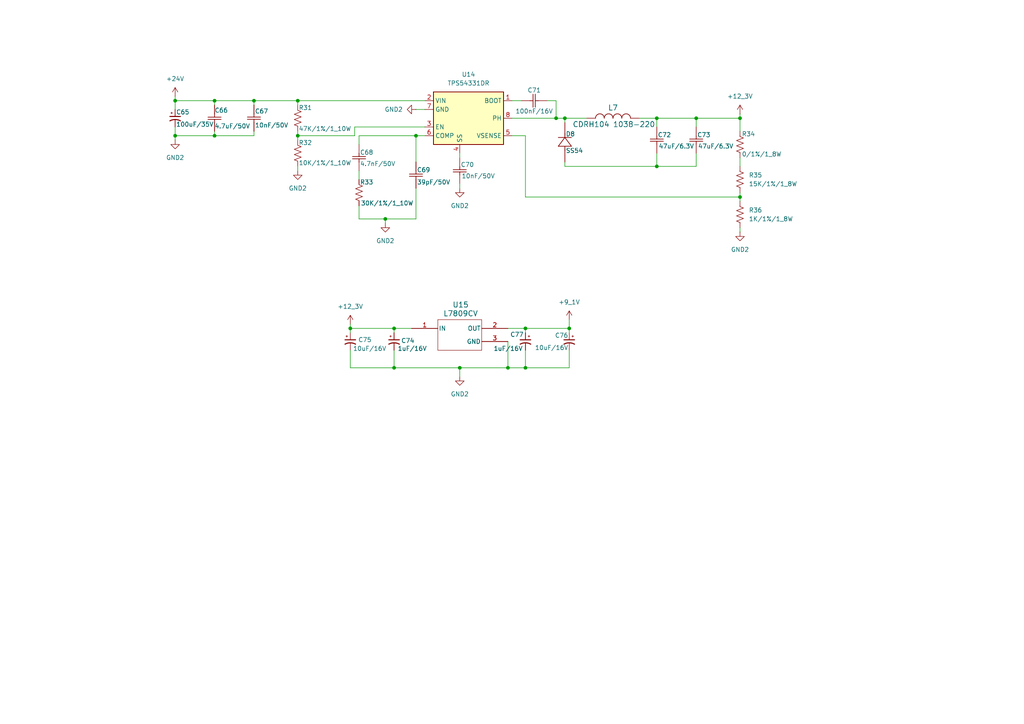
<source format=kicad_sch>
(kicad_sch (version 20231120) (generator "eeschema") (generator_version "8.0")
  (paper "A4")
  (lib_symbols
    (symbol "charge_battery_sym_lib:CDRH104 1038-220" (pin_numbers hide) (pin_names (offset 0.254) hide)
      (property "Reference" "L" (at 6.985 5.08 0))
      (property "Value" "CDRH104 1038-220" (at 6.985 -2.54 0))
      (symbol "CDRH104 1038-220_0_1"
        (arc (start 5.08 0.0056) (mid 3.81 1.27) (end 2.54 0.0056) (stroke (width 0.2032)))
        (arc (start 7.62 0.0056) (mid 6.35 1.27) (end 5.08 0.0056) (stroke (width 0.2032)))
        (arc (start 10.16 0.0056) (mid 8.89 1.27) (end 7.62 0.0056) (stroke (width 0.2032)))
        (arc (start 12.7 0.0056) (mid 11.43 1.27) (end 10.16 0.0056) (stroke (width 0.2032)))
        (pin unspecified line (at 15.24 0 180) (length 2.54) (name "1") (number "1"))
        (pin unspecified line (at 0 0 0) (length 2.54) (name "2") (number "2"))
      )
    )
    (symbol "charge_battery_sym_lib:Cap_Polarized_SMD_100uF_35V" (pin_numbers hide) (pin_names (offset 0.254))
      (property "Reference" "C" (at 0 2.286 0))
      (property "Value" "100uF/35V" (at 0 -2.794 0))
      (symbol "Cap_Polarized_SMD_100uF_35V_0_1"
        (polyline (pts (xy 1.016 -1.27) (xy 1.016 -0.762)))
        (polyline (pts (xy 1.27 -1.016) (xy 0.762 -1.016)))
        (polyline (pts (xy 2.032 -1.524) (xy 2.032 1.524)) (stroke (width 0.3048)))
        (arc (start 3.302 1.524) (mid 2.9134 0) (end 3.302 -1.524) (stroke (width 0.3048)))
      )
      (symbol "Cap_Polarized_SMD_100uF_35V_1_1"
        (pin passive line (at 0 0 0) (length 2.032) (name "~") (number "1"))
        (pin passive line (at 5.08 0 180) (length 2.032) (name "~") (number "2"))
      )
    )
    (symbol "charge_battery_sym_lib:Cap_Tantalum_10uF_16V" (pin_numbers hide) (pin_names (offset 1.016) hide)
      (property "Reference" "C" (at 0 3.81 0))
      (property "Value" "10uF/16V" (at 0 -5.08 0))
      (symbol "Cap_Tantalum_10uF_16V_0_1"
        (polyline (pts (xy 1.016 -1.27) (xy 1.016 -0.762)))
        (polyline (pts (xy 1.27 -1.016) (xy 0.762 -1.016)))
        (polyline (pts (xy 2.032 -1.524) (xy 2.032 1.524)) (stroke (width 0.3048)))
        (arc (start 3.302 1.524) (mid 2.9134 0) (end 3.302 -1.524) (stroke (width 0.3048)))
      )
      (symbol "Cap_Tantalum_10uF_16V_1_1"
        (pin passive line (at 0 0 0) (length 2.032) (name "~") (number "1"))
        (pin passive line (at 5.08 0 180) (length 2.032) (name "~") (number "2"))
      )
    )
    (symbol "charge_battery_sym_lib:Cap_Tantalum_1uF_16V" (pin_numbers hide) (pin_names (offset 1.016) hide)
      (property "Reference" "C" (at 0 3.81 0))
      (property "Value" "1uF/16V" (at 0 -5.08 0))
      (symbol "Cap_Tantalum_1uF_16V_0_1"
        (polyline (pts (xy 1.016 -1.27) (xy 1.016 -0.762)))
        (polyline (pts (xy 1.27 -1.016) (xy 0.762 -1.016)))
        (polyline (pts (xy 2.032 -1.524) (xy 2.032 1.524)) (stroke (width 0.3048)))
        (arc (start 3.302 1.524) (mid 2.9134 0) (end 3.302 -1.524) (stroke (width 0.3048)))
      )
      (symbol "Cap_Tantalum_1uF_16V_1_1"
        (pin passive line (at 0 0 0) (length 2.032) (name "~") (number "1"))
        (pin passive line (at 5.08 0 180) (length 2.032) (name "~") (number "2"))
      )
    )
    (symbol "charge_battery_sym_lib:Ceramic_Cap_SMD_100nF_16V" (pin_numbers hide) (pin_names hide)
      (property "Reference" "C" (at 1.016 2.794 0))
      (property "Value" "100nF/16V" (at 0.254 5.334 0))
      (symbol "Ceramic_Cap_SMD_100nF_16V_1_1"
        (polyline (pts (xy 1.27 0) (xy 2.2098 0)) (stroke (width 0.2032)))
        (polyline (pts (xy 2.2098 -1.905) (xy 2.2098 1.905)) (stroke (width 0.2032)))
        (polyline (pts (xy 2.8448 -1.905) (xy 2.8448 1.905)) (stroke (width 0.2032)))
        (polyline (pts (xy 2.8448 0) (xy 3.81 0)) (stroke (width 0.2032)))
        (pin unspecified line (at -1.27 0 0) (length 2.54) (name "") (number "1"))
        (pin unspecified line (at 6.35 0 180) (length 2.54) (name "") (number "2"))
      )
    )
    (symbol "charge_battery_sym_lib:Ceramic_Cap_SMD_10nF_50V" (pin_numbers hide) (pin_names hide)
      (property "Reference" "C" (at 2.286 2.794 0))
      (property "Value" "10nF/50V" (at 0.254 5.334 0))
      (symbol "Ceramic_Cap_SMD_10nF_50V_1_1"
        (polyline (pts (xy 2.54 0) (xy 3.4798 0)) (stroke (width 0.2032)))
        (polyline (pts (xy 3.4798 -1.905) (xy 3.4798 1.905)) (stroke (width 0.2032)))
        (polyline (pts (xy 4.1148 -1.905) (xy 4.1148 1.905)) (stroke (width 0.2032)))
        (polyline (pts (xy 4.1148 0) (xy 5.08 0)) (stroke (width 0.2032)))
        (pin unspecified line (at 0 0 0) (length 2.54) (name "") (number "1"))
        (pin unspecified line (at 7.62 0 180) (length 2.54) (name "") (number "2"))
      )
    )
    (symbol "charge_battery_sym_lib:Ceramic_Cap_SMD_10nF_50V_0805" (pin_numbers hide) (pin_names hide)
      (property "Reference" "C" (at 2.286 2.794 0))
      (property "Value" "10nF/50V" (at 0.254 5.334 0))
      (symbol "Ceramic_Cap_SMD_10nF_50V_0805_1_1"
        (polyline (pts (xy 2.54 0) (xy 3.4798 0)) (stroke (width 0.2032)))
        (polyline (pts (xy 3.4798 -1.905) (xy 3.4798 1.905)) (stroke (width 0.2032)))
        (polyline (pts (xy 4.1148 -1.905) (xy 4.1148 1.905)) (stroke (width 0.2032)))
        (polyline (pts (xy 4.1148 0) (xy 5.08 0)) (stroke (width 0.2032)))
        (pin unspecified line (at 0 0 0) (length 2.54) (name "") (number "1"))
        (pin unspecified line (at 7.62 0 180) (length 2.54) (name "") (number "2"))
      )
    )
    (symbol "charge_battery_sym_lib:Ceramic_Cap_SMD_39pF_50V" (pin_numbers hide) (pin_names hide)
      (property "Reference" "C" (at 1.016 2.794 0))
      (property "Value" "39pF/50V" (at 0.254 5.334 0))
      (symbol "Ceramic_Cap_SMD_39pF_50V_1_1"
        (polyline (pts (xy 1.27 0) (xy 2.2098 0)) (stroke (width 0.2032)))
        (polyline (pts (xy 2.2098 -1.905) (xy 2.2098 1.905)) (stroke (width 0.2032)))
        (polyline (pts (xy 2.8448 -1.905) (xy 2.8448 1.905)) (stroke (width 0.2032)))
        (polyline (pts (xy 2.8448 0) (xy 3.81 0)) (stroke (width 0.2032)))
        (pin unspecified line (at -1.27 0 0) (length 2.54) (name "") (number "1"))
        (pin unspecified line (at 6.35 0 180) (length 2.54) (name "") (number "2"))
      )
    )
    (symbol "charge_battery_sym_lib:Ceramic_Cap_SMD_4.7nF_50V" (pin_numbers hide) (pin_names hide)
      (property "Reference" "C" (at 2.286 2.794 0))
      (property "Value" "4.7nF/50V" (at 0.254 5.334 0))
      (symbol "Ceramic_Cap_SMD_4.7nF_50V_1_1"
        (polyline (pts (xy 2.54 0) (xy 3.4798 0)) (stroke (width 0.2032)))
        (polyline (pts (xy 3.4798 -1.905) (xy 3.4798 1.905)) (stroke (width 0.2032)))
        (polyline (pts (xy 4.1148 -1.905) (xy 4.1148 1.905)) (stroke (width 0.2032)))
        (polyline (pts (xy 4.1148 0) (xy 5.08 0)) (stroke (width 0.2032)))
        (pin unspecified line (at 0 0 0) (length 2.54) (name "") (number "1"))
        (pin unspecified line (at 7.62 0 180) (length 2.54) (name "") (number "2"))
      )
    )
    (symbol "charge_battery_sym_lib:Ceramic_Cap_SMD_4.7uF_50V" (pin_numbers hide) (pin_names hide)
      (property "Reference" "C" (at 2.286 2.794 0))
      (property "Value" "4.7uF/50V" (at 0.254 5.334 0))
      (symbol "Ceramic_Cap_SMD_4.7uF_50V_1_1"
        (polyline (pts (xy 2.54 0) (xy 3.4798 0)) (stroke (width 0.2032)))
        (polyline (pts (xy 3.4798 -1.905) (xy 3.4798 1.905)) (stroke (width 0.2032)))
        (polyline (pts (xy 4.1148 -1.905) (xy 4.1148 1.905)) (stroke (width 0.2032)))
        (polyline (pts (xy 4.1148 0) (xy 5.08 0)) (stroke (width 0.2032)))
        (pin unspecified line (at 0 0 0) (length 2.54) (name "") (number "1"))
        (pin unspecified line (at 7.62 0 180) (length 2.54) (name "") (number "2"))
      )
    )
    (symbol "charge_battery_sym_lib:Ceramic_Cap_SMD_47uF_6.3V" (pin_numbers hide) (pin_names hide)
      (property "Reference" "C" (at 2.286 2.794 0))
      (property "Value" "47uF/6.3V" (at 0.254 5.334 0))
      (symbol "Ceramic_Cap_SMD_47uF_6.3V_1_1"
        (polyline (pts (xy 2.54 0) (xy 3.4798 0)) (stroke (width 0.2032)))
        (polyline (pts (xy 3.4798 -1.905) (xy 3.4798 1.905)) (stroke (width 0.2032)))
        (polyline (pts (xy 4.1148 -1.905) (xy 4.1148 1.905)) (stroke (width 0.2032)))
        (polyline (pts (xy 4.1148 0) (xy 5.08 0)) (stroke (width 0.2032)))
        (pin unspecified line (at 0 0 0) (length 2.54) (name "") (number "1"))
        (pin unspecified line (at 7.62 0 180) (length 2.54) (name "") (number "2"))
      )
    )
    (symbol "charge_battery_sym_lib:L7809CV" (pin_names (offset 0.254))
      (property "Reference" "U" (at 12.7 20.32 0))
      (property "Value" "L7809CV" (at 12.7 17.78 0))
      (property "Supply Name" "TME" (at 13.716 -3.302 0))
      (property "Supply Number" "L7809CV" (at 13.716 -3.302 0))
      (symbol "L7809CV_0_1"
        (polyline (pts (xy 0 0) (xy 12.7 0)) (stroke (width 0.127)))
        (polyline (pts (xy 0 8.89) (xy 0 0)) (stroke (width 0.127)))
        (polyline (pts (xy 12.7 0) (xy 12.7 8.89)) (stroke (width 0.127)))
        (polyline (pts (xy 12.7 8.89) (xy 0 8.89)) (stroke (width 0.127)))
        (pin power_in line (at -7.62 6.35 0) (length 7.62) (name "IN") (number "1"))
        (pin power_in line (at 20.32 6.35 180) (length 7.62) (name "OUT") (number "2"))
        (pin power_in line (at 20.32 2.54 180) (length 7.62) (name "GND") (number "3"))
      )
    )
    (symbol "charge_battery_sym_lib:Res_0_0805_1%" (pin_numbers hide) (pin_names hide)
      (property "Reference" "R" (at 3.556 2.54 0))
      (property "Value" "0/1%/1_8W" (at 4.064 -2.54 0))
      (symbol "Res_0_0805_1%_0_1"
        (polyline (pts (xy 1.524 0) (xy 1.27 0)))
        (polyline (pts (xy 6.096 0) (xy 6.35 0)))
        (polyline (pts (xy 1.524 0) (xy 1.905 1.016) (xy 2.286 0) (xy 2.667 -1.016) (xy 3.048 0)))
        (polyline (pts (xy 3.048 0) (xy 3.429 1.016) (xy 3.81 0) (xy 4.191 -1.016) (xy 4.572 0)))
        (polyline (pts (xy 4.572 0) (xy 4.953 1.016) (xy 5.334 0) (xy 5.715 -1.016) (xy 6.096 0)))
      )
      (symbol "Res_0_0805_1%_1_1"
        (pin passive line (at 0 0 0) (length 1.27) (name "~") (number "1"))
        (pin passive line (at 7.62 0 180) (length 1.27) (name "~") (number "2"))
      )
    )
    (symbol "charge_battery_sym_lib:Res_10K_0603_1%" (pin_numbers hide) (pin_names hide)
      (property "Reference" "R" (at 2.794 3.81 0))
      (property "Value" "10K/1%/1_10W" (at 4.064 -2.54 0))
      (symbol "Res_10K_0603_1%_0_1"
        (polyline (pts (xy 1.524 0) (xy 1.27 0)))
        (polyline (pts (xy 6.096 0) (xy 6.35 0)))
        (polyline (pts (xy 1.524 0) (xy 1.905 1.016) (xy 2.286 0) (xy 2.667 -1.016) (xy 3.048 0)))
        (polyline (pts (xy 3.048 0) (xy 3.429 1.016) (xy 3.81 0) (xy 4.191 -1.016) (xy 4.572 0)))
        (polyline (pts (xy 4.572 0) (xy 4.953 1.016) (xy 5.334 0) (xy 5.715 -1.016) (xy 6.096 0)))
      )
      (symbol "Res_10K_0603_1%_1_1"
        (pin passive line (at 0 0 0) (length 1.27) (name "~") (number "1"))
        (pin passive line (at 7.62 0 180) (length 1.27) (name "~") (number "2"))
      )
    )
    (symbol "charge_battery_sym_lib:Res_15K_0805_1%" (pin_numbers hide) (pin_names hide)
      (property "Reference" "R" (at 2.794 3.81 0))
      (property "Value" "15K/1%/1_8W" (at 4.064 -2.54 0))
      (symbol "Res_15K_0805_1%_0_1"
        (polyline (pts (xy 1.524 0) (xy 1.27 0)))
        (polyline (pts (xy 6.096 0) (xy 6.35 0)))
        (polyline (pts (xy 1.524 0) (xy 1.905 1.016) (xy 2.286 0) (xy 2.667 -1.016) (xy 3.048 0)))
        (polyline (pts (xy 3.048 0) (xy 3.429 1.016) (xy 3.81 0) (xy 4.191 -1.016) (xy 4.572 0)))
        (polyline (pts (xy 4.572 0) (xy 4.953 1.016) (xy 5.334 0) (xy 5.715 -1.016) (xy 6.096 0)))
      )
      (symbol "Res_15K_0805_1%_1_1"
        (pin passive line (at 0 0 0) (length 1.27) (name "~") (number "1"))
        (pin passive line (at 7.62 0 180) (length 1.27) (name "~") (number "2"))
      )
    )
    (symbol "charge_battery_sym_lib:Res_1K_0805_1%" (pin_numbers hide) (pin_names hide)
      (property "Reference" "R" (at 3.556 2.54 0))
      (property "Value" "1K/1%/1_8W" (at 4.064 -2.54 0))
      (symbol "Res_1K_0805_1%_0_1"
        (polyline (pts (xy 1.524 0) (xy 1.27 0)))
        (polyline (pts (xy 6.096 0) (xy 6.35 0)))
        (polyline (pts (xy 1.524 0) (xy 1.905 1.016) (xy 2.286 0) (xy 2.667 -1.016) (xy 3.048 0)))
        (polyline (pts (xy 3.048 0) (xy 3.429 1.016) (xy 3.81 0) (xy 4.191 -1.016) (xy 4.572 0)))
        (polyline (pts (xy 4.572 0) (xy 4.953 1.016) (xy 5.334 0) (xy 5.715 -1.016) (xy 6.096 0)))
      )
      (symbol "Res_1K_0805_1%_1_1"
        (pin passive line (at 0 0 0) (length 1.27) (name "~") (number "1"))
        (pin passive line (at 7.62 0 180) (length 1.27) (name "~") (number "2"))
      )
    )
    (symbol "charge_battery_sym_lib:Res_30K_0603_1%" (pin_numbers hide) (pin_names hide)
      (property "Reference" "R" (at 2.794 3.81 0))
      (property "Value" "30K/1%/1_10W" (at 4.064 -2.54 0))
      (symbol "Res_30K_0603_1%_0_1"
        (polyline (pts (xy 1.524 0) (xy 1.27 0)))
        (polyline (pts (xy 6.096 0) (xy 6.35 0)))
        (polyline (pts (xy 1.524 0) (xy 1.905 1.016) (xy 2.286 0) (xy 2.667 -1.016) (xy 3.048 0)))
        (polyline (pts (xy 3.048 0) (xy 3.429 1.016) (xy 3.81 0) (xy 4.191 -1.016) (xy 4.572 0)))
        (polyline (pts (xy 4.572 0) (xy 4.953 1.016) (xy 5.334 0) (xy 5.715 -1.016) (xy 6.096 0)))
      )
      (symbol "Res_30K_0603_1%_1_1"
        (pin passive line (at 0 0 0) (length 1.27) (name "~") (number "1"))
        (pin passive line (at 7.62 0 180) (length 1.27) (name "~") (number "2"))
      )
    )
    (symbol "charge_battery_sym_lib:Res_47K_0603_1%" (pin_numbers hide) (pin_names hide)
      (property "Reference" "R" (at 2.794 3.81 0))
      (property "Value" "47K/1%/1_10W" (at 4.064 -2.54 0))
      (symbol "Res_47K_0603_1%_0_1"
        (polyline (pts (xy 1.524 0) (xy 1.27 0)))
        (polyline (pts (xy 6.096 0) (xy 6.35 0)))
        (polyline (pts (xy 1.524 0) (xy 1.905 1.016) (xy 2.286 0) (xy 2.667 -1.016) (xy 3.048 0)))
        (polyline (pts (xy 3.048 0) (xy 3.429 1.016) (xy 3.81 0) (xy 4.191 -1.016) (xy 4.572 0)))
        (polyline (pts (xy 4.572 0) (xy 4.953 1.016) (xy 5.334 0) (xy 5.715 -1.016) (xy 6.096 0)))
      )
      (symbol "Res_47K_0603_1%_1_1"
        (pin passive line (at 0 0 0) (length 1.27) (name "~") (number "1"))
        (pin passive line (at 7.62 0 180) (length 1.27) (name "~") (number "2"))
      )
    )
    (symbol "charge_battery_sym_lib:SS54" (pin_numbers hide) (pin_names hide)
      (property "Reference" "D" (at -1.016 2.286 0))
      (property "Value" "SS54" (at 2.54 -2.794 0))
      (symbol "SS54_0_1"
        (polyline (pts (xy -0.508 0) (xy 0.635 0)) (stroke (width 0.2032)))
        (polyline (pts (xy 0.762 -1.905) (xy 3.302 0)) (stroke (width 0.2032)))
        (polyline (pts (xy 0.762 1.905) (xy 0.762 -1.905)) (stroke (width 0.2032)))
        (polyline (pts (xy 3.302 -1.905) (xy 3.302 1.905)) (stroke (width 0.2032)))
        (polyline (pts (xy 3.302 0) (xy 0.762 1.905)) (stroke (width 0.2032)))
        (polyline (pts (xy 3.302 0) (xy 4.572 0)) (stroke (width 0.2032)))
      )
      (symbol "SS54_1_1"
        (pin unspecified line (at -3.81 0 0) (length 3.81) (name "A") (number "1"))
        (pin unspecified line (at 7.62 0 180) (length 3.81) (name "K") (number "2"))
      )
    )
    (symbol "charge_battery_sym_lib:TPS54331DR"
      (property "Reference" "U" (at 1.27 16.51 0))
      (property "Value" "TPS54331DR" (at 13.97 16.51 0))
      (symbol "TPS54331DR_1_1"
        (rectangle (start 0 15.24) (end 20.32 0) (stroke (width 0.254)) (fill (type background)))
        (pin output line (at 22.86 12.7 180) (length 2.54) (name "BOOT") (number "1"))
        (pin power_in line (at -2.54 12.7 0) (length 2.54) (name "VIN") (number "2"))
        (pin output line (at -2.54 5.08 0) (length 2.54) (name "EN") (number "3"))
        (pin power_in line (at 7.62 -2.54 90) (length 2.54) (name "SS") (number "4"))
        (pin input line (at 22.86 2.54 180) (length 2.54) (name "VSENSE") (number "5"))
        (pin output line (at -2.54 2.54 0) (length 2.54) (name "COMP") (number "6"))
        (pin power_in line (at -2.54 10.16 0) (length 2.54) (name "GND") (number "7"))
        (pin output line (at 22.86 7.62 180) (length 2.54) (name "PH") (number "8"))
      )
    )
    (symbol "power:+24V" (power) (pin_numbers hide) (pin_names (offset 0) hide)
      (property "Value" "+24V" (at 0 3.556 0))
      (symbol "+24V_0_1"
        (polyline (pts (xy -0.762 1.27) (xy 0 2.54)))
        (polyline (pts (xy 0 0) (xy 0 2.54)))
        (polyline (pts (xy 0 2.54) (xy 0.762 1.27)))
      )
      (symbol "+24V_1_1"
        (pin power_in line (at 0 0 90) (length 0) (name "~") (number "1"))
      )
    )
    (symbol "power:+5V" (power) (pin_numbers hide) (pin_names (offset 0) hide)
      (property "Value" "+5V" (at 0 3.556 0))
      (symbol "+5V_0_1"
        (polyline (pts (xy -0.762 1.27) (xy 0 2.54)))
        (polyline (pts (xy 0 0) (xy 0 2.54)))
        (polyline (pts (xy 0 2.54) (xy 0.762 1.27)))
      )
      (symbol "+5V_1_1"
        (pin power_in line (at 0 0 90) (length 0) (name "~") (number "1"))
      )
    )
    (symbol "power:+9V" (power) (pin_numbers hide) (pin_names (offset 0) hide)
      (property "Value" "+9V" (at 0 3.556 0))
      (symbol "+9V_0_1"
        (polyline (pts (xy -0.762 1.27) (xy 0 2.54)))
        (polyline (pts (xy 0 0) (xy 0 2.54)))
        (polyline (pts (xy 0 2.54) (xy 0.762 1.27)))
      )
      (symbol "+9V_1_1"
        (pin power_in line (at 0 0 90) (length 0) (name "~") (number "1"))
      )
    )
    (symbol "power:GND2" (power) (pin_numbers hide) (pin_names (offset 0) hide)
      (property "Value" "GND2" (at 0 -3.81 0))
      (symbol "GND2_0_1"
        (polyline (pts (xy 0 0) (xy 0 -1.27) (xy 1.27 -1.27) (xy 0 -2.54) (xy -1.27 -1.27) (xy 0 -1.27)))
      )
      (symbol "GND2_1_1"
        (pin power_in line (at 0 0 270) (length 0) (name "~") (number "1"))
      )
    )
  )
  (junction (at 133.35 106.68))
  (junction (at 86.36 39.37))
  (junction (at 50.8 29.21))
  (junction (at 190.5 48.26))
  (junction (at 214.63 57.15))
  (junction (at 165.1 95.25))
  (junction (at 163.83 34.29))
  (junction (at 114.3 95.25))
  (junction (at 101.6 95.25))
  (junction (at 161.29 34.29))
  (junction (at 62.23 29.21))
  (junction (at 111.76 63.5))
  (junction (at 147.32 106.68))
  (junction (at 120.65 39.37))
  (junction (at 201.93 34.29))
  (junction (at 214.63 34.29))
  (junction (at 73.66 29.21))
  (junction (at 62.23 39.37))
  (junction (at 152.4 95.25))
  (junction (at 50.8 39.37))
  (junction (at 86.36 29.21))
  (junction (at 152.4 106.68))
  (junction (at 190.5 34.29))
  (junction (at 114.3 106.68))
  (wire (pts (xy 86.36 29.21) (xy 123.19 29.21)))
  (wire (pts (xy 133.35 45.72) (xy 133.35 44.45)))
  (wire (pts (xy 101.6 101.6) (xy 101.6 106.68)))
  (wire (pts (xy 152.4 39.37) (xy 152.4 57.15)))
  (wire (pts (xy 214.63 34.29) (xy 201.93 34.29)))
  (wire (pts (xy 152.4 101.6) (xy 152.4 106.68)))
  (wire (pts (xy 214.63 34.29) (xy 214.63 38.1)))
  (wire (pts (xy 101.6 106.68) (xy 114.3 106.68)))
  (wire (pts (xy 114.3 95.25) (xy 114.3 96.52)))
  (wire (pts (xy 73.66 29.21) (xy 86.36 29.21)))
  (wire (pts (xy 190.5 48.26) (xy 201.93 48.26)))
  (wire (pts (xy 214.63 45.72) (xy 214.63 48.26)))
  (wire (pts (xy 165.1 92.71) (xy 165.1 95.25)))
  (wire (pts (xy 73.66 38.1) (xy 73.66 39.37)))
  (wire (pts (xy 214.63 57.15) (xy 214.63 58.42)))
  (wire (pts (xy 201.93 48.26) (xy 201.93 44.45)))
  (wire (pts (xy 120.65 31.75) (xy 123.19 31.75)))
  (wire (pts (xy 163.83 46.99) (xy 163.83 48.26)))
  (wire (pts (xy 104.14 41.91) (xy 104.14 39.37)))
  (wire (pts (xy 152.4 106.68) (xy 165.1 106.68)))
  (wire (pts (xy 214.63 55.88) (xy 214.63 57.15)))
  (wire (pts (xy 190.5 34.29) (xy 201.93 34.29)))
  (wire (pts (xy 120.65 54.61) (xy 120.65 63.5)))
  (wire (pts (xy 73.66 29.21) (xy 73.66 30.48)))
  (wire (pts (xy 104.14 59.69) (xy 104.14 63.5)))
  (wire (pts (xy 86.36 49.53) (xy 86.36 48.26)))
  (wire (pts (xy 102.87 39.37) (xy 86.36 39.37)))
  (wire (pts (xy 114.3 106.68) (xy 133.35 106.68)))
  (wire (pts (xy 50.8 29.21) (xy 50.8 31.75)))
  (wire (pts (xy 101.6 93.98) (xy 101.6 95.25)))
  (wire (pts (xy 185.42 34.29) (xy 190.5 34.29)))
  (wire (pts (xy 86.36 38.1) (xy 86.36 39.37)))
  (wire (pts (xy 163.83 34.29) (xy 163.83 35.56)))
  (wire (pts (xy 114.3 101.6) (xy 114.3 106.68)))
  (wire (pts (xy 161.29 34.29) (xy 163.83 34.29)))
  (wire (pts (xy 50.8 39.37) (xy 50.8 40.64)))
  (wire (pts (xy 50.8 36.83) (xy 50.8 39.37)))
  (wire (pts (xy 104.14 49.53) (xy 104.14 52.07)))
  (wire (pts (xy 133.35 53.34) (xy 133.35 54.61)))
  (wire (pts (xy 50.8 27.94) (xy 50.8 29.21)))
  (wire (pts (xy 62.23 38.1) (xy 62.23 39.37)))
  (wire (pts (xy 62.23 39.37) (xy 50.8 39.37)))
  (wire (pts (xy 86.36 39.37) (xy 86.36 40.64)))
  (wire (pts (xy 147.32 99.06) (xy 147.32 106.68)))
  (wire (pts (xy 123.19 36.83) (xy 102.87 36.83)))
  (wire (pts (xy 111.76 63.5) (xy 111.76 64.77)))
  (wire (pts (xy 120.65 39.37) (xy 120.65 46.99)))
  (wire (pts (xy 120.65 39.37) (xy 123.19 39.37)))
  (wire (pts (xy 163.83 34.29) (xy 170.18 34.29)))
  (wire (pts (xy 104.14 39.37) (xy 120.65 39.37)))
  (wire (pts (xy 147.32 106.68) (xy 152.4 106.68)))
  (wire (pts (xy 111.76 63.5) (xy 120.65 63.5)))
  (wire (pts (xy 214.63 33.02) (xy 214.63 34.29)))
  (wire (pts (xy 152.4 57.15) (xy 214.63 57.15)))
  (wire (pts (xy 114.3 95.25) (xy 119.38 95.25)))
  (wire (pts (xy 62.23 29.21) (xy 62.23 30.48)))
  (wire (pts (xy 101.6 95.25) (xy 114.3 95.25)))
  (wire (pts (xy 104.14 63.5) (xy 111.76 63.5)))
  (wire (pts (xy 214.63 67.31) (xy 214.63 66.04)))
  (wire (pts (xy 148.59 29.21) (xy 151.13 29.21)))
  (wire (pts (xy 62.23 29.21) (xy 50.8 29.21)))
  (wire (pts (xy 190.5 34.29) (xy 190.5 36.83)))
  (wire (pts (xy 133.35 109.22) (xy 133.35 106.68)))
  (wire (pts (xy 147.32 95.25) (xy 152.4 95.25)))
  (wire (pts (xy 73.66 29.21) (xy 62.23 29.21)))
  (wire (pts (xy 152.4 95.25) (xy 152.4 96.52)))
  (wire (pts (xy 163.83 48.26) (xy 190.5 48.26)))
  (wire (pts (xy 86.36 29.21) (xy 86.36 30.48)))
  (wire (pts (xy 158.75 29.21) (xy 161.29 29.21)))
  (wire (pts (xy 133.35 106.68) (xy 147.32 106.68)))
  (wire (pts (xy 152.4 95.25) (xy 165.1 95.25)))
  (wire (pts (xy 165.1 101.6) (xy 165.1 106.68)))
  (wire (pts (xy 102.87 36.83) (xy 102.87 39.37)))
  (wire (pts (xy 190.5 44.45) (xy 190.5 48.26)))
  (wire (pts (xy 148.59 39.37) (xy 152.4 39.37)))
  (wire (pts (xy 165.1 95.25) (xy 165.1 96.52)))
  (wire (pts (xy 161.29 29.21) (xy 161.29 34.29)))
  (wire (pts (xy 201.93 36.83) (xy 201.93 34.29)))
  (wire (pts (xy 101.6 96.52) (xy 101.6 95.25)))
  (wire (pts (xy 148.59 34.29) (xy 161.29 34.29)))
  (wire (pts (xy 73.66 39.37) (xy 62.23 39.37)))
  (symbol (lib_id "power:GND2") (at 50.8 40.64 0) (unit 1)
    (property "Reference" "#PWR057" (effects (hide yes)))
    (property "Value" "GND2" (at 50.8 45.72 0))
    (property "Description" "Power symbol creates a global label with name \"GND2\" , ground" (effects (hide yes)))
  )
  (symbol (lib_id "charge_battery_sym_lib:TPS54331DR") (at 125.73 41.91 0) (unit 1)
    (property "Reference" "U14" (at 135.89 21.59 0))
    (property "Value" "TPS54331DR" (at 135.89 24.13 0))
    (property "Footprint" "charge_battery_footprint_lib:SOIC-8" (effects (hide yes)))
    (property "Datasheet" "http://www.ti.com/lit/ds/symlink/tps54336a.pdf" (effects (hide yes)))
    (property "Description" "4.5V to 28V Input, 3A, Synchronous Step-Down Converter with Eco-mode(tm)" (effects (hide yes)))
    (property "Supply name" "Thegioiic" (effects (hide yes)))
    (property "Supply part name" "TPS54331DR IC Điều Chỉnh Giảm Áp 3A 8-SOIC" (effects (hide yes)))
    (property "Supply URL" "https://thegioiic.com/tps54331dr-ic-dieu-chinh-giam-ap-3a-8-soic" (effects (hide yes)))
  )
  (symbol (lib_id "power:+9V") (at 165.1 92.71 0) (unit 1)
    (property "Reference" "#PWR064" (effects (hide yes)))
    (property "Value" "+9_1V" (at 165.1 87.63 0))
    (property "Description" "Power symbol creates a global label with name \"+9V\"" (effects (hide yes)))
  )
  (symbol (lib_id "charge_battery_sym_lib:Cap_Tantalum_10uF_16V") (at 165.1 96.52 90) (mirror x) (unit 1)
    (property "Reference" "C76" (at 164.846 97.282 90) (effects (justify left)))
    (property "Value" "10uF/16V" (at 164.846 100.838 90) (effects (justify left)))
    (property "Footprint" "charge_battery_footprint_lib:Tan_Cap_A" (effects (hide yes)))
    (property "Description" "TAJA105K016RNJ" (effects (hide yes)))
    (property "Supply name" "Thegioiic" (effects (hide yes)))
    (property "Supply part number" "Tụ Tantalum 10uF 16V 2312 TAJC106K016RNJ" (effects (hide yes)))
    (property "Supply URL" "https://www.thegioiic.com/tu-tantalum-10uf-16v-2312-tajc106k016rnj" (effects (hide yes)))
  )
  (symbol (lib_id "power:GND2") (at 86.36 49.53 0) (unit 1)
    (property "Reference" "#PWR058" (effects (hide yes)))
    (property "Value" "GND2" (at 86.36 54.61 0))
    (property "Description" "Power symbol creates a global label with name \"GND2\" , ground" (effects (hide yes)))
  )
  (symbol (lib_id "charge_battery_sym_lib:Cap_Tantalum_10uF_16V") (at 101.6 96.52 270) (unit 1)
    (property "Reference" "C75" (at 103.886 98.552 90) (effects (justify left)))
    (property "Value" "10uF/16V" (at 102.362 101.092 90) (effects (justify left)))
    (property "Footprint" "charge_battery_footprint_lib:Tan_Cap_A" (effects (hide yes)))
    (property "Description" "TAJA105K016RNJ" (effects (hide yes)))
    (property "Supply name" "Thegioiic" (effects (hide yes)))
    (property "Supply part number" "Tụ Tantalum 10uF 16V 2312 TAJC106K016RNJ" (effects (hide yes)))
    (property "Supply URL" "https://www.thegioiic.com/tu-tantalum-10uf-16v-2312-tajc106k016rnj" (effects (hide yes)))
  )
  (symbol (lib_id "power:+24V") (at 50.8 27.94 0) (unit 1)
    (property "Reference" "#PWR056" (effects (hide yes)))
    (property "Value" "+24V" (at 50.8 22.86 0))
    (property "Description" "Power symbol creates a global label with name \"+24V\"" (effects (hide yes)))
  )
  (symbol (lib_id "power:+5V") (at 214.63 33.02 0) (unit 1)
    (property "Reference" "#PWR062" (effects (hide yes)))
    (property "Value" "+12_3V" (at 214.63 27.94 0))
    (property "Description" "Power symbol creates a global label with name \"+5V\"" (effects (hide yes)))
  )
  (symbol (lib_id "charge_battery_sym_lib:Ceramic_Cap_SMD_4.7nF_50V") (at 104.14 49.53 90) (unit 1)
    (property "Reference" "C68" (at 104.394 44.196 90) (effects (justify right)))
    (property "Value" "4.7nF/50V" (at 104.394 47.498 90) (effects (justify right)))
    (property "Footprint" "charge_battery_footprint_lib:Ceramic_Cap_0603" (effects (hide yes)))
    (property "Description" "10%, 0603 (1608 Metric)" (effects (hide yes)))
    (property "Supply name" "Thegioiic" (effects (hide yes)))
    (property "Supply part number" "Tụ Gốm 0603 4.7nF 50V" (effects (hide yes)))
    (property "Supply URL" "https://www.thegioiic.com/tu-gom-0603-4-7nf-50v" (effects (hide yes)))
  )
  (symbol (lib_id "charge_battery_sym_lib:Ceramic_Cap_SMD_10nF_50V_0805") (at 73.66 30.48 270) (unit 1)
    (property "Reference" "C67" (at 73.914 32.258 90) (effects (justify left)))
    (property "Value" "10nF/50V" (at 73.914 36.322 90) (effects (justify left)))
    (property "Footprint" "charge_battery_footprint_lib:Ceramic_Cap_0805" (effects (hide yes)))
    (property "Description" "10%, 0805 (2012 Metric)" (effects (hide yes)))
    (property "Supply name" "Thegioiic" (effects (hide yes)))
    (property "Supply part number" "Tụ Gốm 0805 10nF 50V" (effects (hide yes)))
    (property "Supply URL" "https://www.thegioiic.com/tu-gom-0805-10nf-50v" (effects (hide yes)))
  )
  (symbol (lib_id "charge_battery_sym_lib:Cap_Tantalum_1uF_16V") (at 114.3 96.52 270) (unit 1)
    (property "Reference" "C74" (at 116.332 98.806 90) (effects (justify left)))
    (property "Value" "1uF/16V" (at 115.316 101.092 90) (effects (justify left)))
    (property "Footprint" "charge_battery_footprint_lib:Tan_Cap_A" (effects (hide yes)))
    (property "Description" "TAJA105K016RNJ" (effects (hide yes)))
    (property "Supply name" "Thegioiic" (effects (hide yes)))
    (property "Supply part number" "Tụ Tantalum 1uF 16V 1206 TAJA105K016RNJ" (effects (hide yes)))
    (property "Supply URL" "https://www.thegioiic.com/tu-tantalum-1uf-16v-1206-taja105k016rnj" (effects (hide yes)))
  )
  (symbol (lib_id "power:GND2") (at 214.63 67.31 0) (unit 1)
    (property "Reference" "#PWR063" (effects (hide yes)))
    (property "Value" "GND2" (at 214.63 72.39 0))
    (property "Description" "Power symbol creates a global label with name \"GND2\" , ground" (effects (hide yes)))
  )
  (symbol (lib_id "charge_battery_sym_lib:Ceramic_Cap_SMD_47uF_6.3V") (at 201.93 44.45 90) (unit 1)
    (property "Reference" "C73" (at 202.184 39.116 90) (effects (justify right)))
    (property "Value" "47uF/6.3V" (at 202.438 42.418 90) (effects (justify right)))
    (property "Footprint" "charge_battery_footprint_lib:Ceramic_Cap_0805" (effects (hide yes)))
    (property "Description" "10%, 0805 (2012 Metric)" (effects (hide yes)))
    (property "Supply name" "Thegioiic" (effects (hide yes)))
    (property "Supply part number" "Tụ Gốm 0805 47uF 6.3V" (effects (hide yes)))
    (property "Supply URL" "https://www.thegioiic.com/tu-gom-0805-47uf-6-3v" (effects (hide yes)))
  )
  (symbol (lib_id "charge_battery_sym_lib:Res_10K_0603_1%") (at 86.36 48.26 90) (unit 1)
    (property "Reference" "R32" (at 86.614 41.402 90) (effects (justify right)))
    (property "Value" "10K/1%/1_10W" (at 86.614 47.244 90) (effects (justify right)))
    (property "Footprint" "charge_battery_footprint_lib:Res_0603" (effects (hide yes)))
    (property "Datasheet" "https://fscdn.rohm.com/en/products/databook/datasheet/passive/resistor/chip_resistor/esr-e.pdf" (effects (hide yes)))
    (property "Description" "Res 10 KOhm 0603 1%" (effects (hide yes)))
    (property "Supply name" "Thegioiic" (effects (hide yes)))
    (property "Supply part number" "Điện Trở 10 KOhm 0603 1%" (effects (hide yes)))
    (property "Supply URL" "https://www.thegioiic.com/dien-tro-10-kohm-0603-1-" (effects (hide yes)))
  )
  (symbol (lib_id "charge_battery_sym_lib:Res_1K_0805_1%") (at 214.63 66.04 90) (unit 1)
    (property "Reference" "R36" (at 217.17 60.9599 90) (effects (justify right)))
    (property "Value" "1K/1%/1_8W" (at 217.17 63.4999 90) (effects (justify right)))
    (property "Footprint" "charge_battery_footprint_lib:Res_0805" (effects (hide yes)))
    (property "Datasheet" "https://fscdn.rohm.com/en/products/databook/datasheet/passive/resistor/chip_resistor/esr-e.pdf" (effects (hide yes)))
    (property "Description" "Res 1 KOhm 0805 1%" (effects (hide yes)))
    (property "Supply name" "Thegioiic" (effects (hide yes)))
    (property "Supply part number" "Điện Trở 1 KOhm 0805 1%" (effects (hide yes)))
    (property "Supply URL" "https://www.thegioiic.com/dien-tro-1-kohm-0805-1-" (effects (hide yes)))
  )
  (symbol (lib_id "charge_battery_sym_lib:Ceramic_Cap_SMD_100nF_16V") (at 152.4 29.21 0) (unit 1)
    (property "Reference" "C71" (at 154.94 26.162 0))
    (property "Value" "100nF/16V" (at 154.94 32.258 0))
    (property "Footprint" "charge_battery_footprint_lib:Ceramic_Cap_0603" (effects (hide yes)))
    (property "Datasheet" "https://www.mouser.vn/datasheet/2/40/KYOCERA_AutoMLCCKAM-3106308.pdf" (effects (hide yes)))
    (property "Description" "10%, 0603 (1608 Metric)" (effects (hide yes)))
    (property "Supply name" "Thegioiic" (effects (hide yes)))
    (property "Supply part number" "Tụ Gốm 0603 100nF (0.1uF) 16V" (effects (hide yes)))
    (property "Supply URL" "https://www.thegioiic.com/tu-gom-0603-100nf-0-1uf-16v" (effects (hide yes)))
  )
  (symbol (lib_id "charge_battery_sym_lib:Res_30K_0603_1%") (at 104.14 59.69 90) (unit 1)
    (property "Reference" "R33" (at 104.394 52.832 90) (effects (justify right)))
    (property "Value" "30K/1%/1_10W" (at 104.648 58.928 90) (effects (justify right)))
    (property "Footprint" "charge_battery_footprint_lib:Res_0603" (effects (hide yes)))
    (property "Datasheet" "https://fscdn.rohm.com/en/products/databook/datasheet/passive/resistor/chip_resistor/esr-e.pdf" (effects (hide yes)))
    (property "Description" "Res 30 KOhm 0603 1%" (effects (hide yes)))
    (property "Supply name" "Thegioiic" (effects (hide yes)))
    (property "Supply part number" "Điện Trở 30 KOhm 0603 1%" (effects (hide yes)))
    (property "Supply URL" "https://www.thegioiic.com/dien-tro-30-kohm-0603-1-" (effects (hide yes)))
  )
  (symbol (lib_id "charge_battery_sym_lib:CDRH104 1038-220") (at 170.18 34.29 0) (unit 1)
    (property "Reference" "L7" (at 177.8 31.242 0) (effects (font (size 1.524 1.524))))
    (property "Value" "CDRH104 1038-220" (at 178.054 36.068 0) (effects (font (size 1.524 1.524))))
    (property "Footprint" "charge_battery_footprint_lib:CDRH104" (effects (hide yes)))
    (property "Datasheet" "https://www.thegioiic.com/upload/documents/3d944418fe36e2109ef139861ca961be.pdf" (effects (hide yes)))
    (property "Description" "20%, size 10x10x3.8 mm" (effects (hide yes)))
    (property "Supply name" "Thegioiic" (effects (hide yes)))
    (property "Supply part number" "Cuộn Cảm Dán SMD CDRH104 1038-220 22uH 3.6A" (effects (hide yes)))
    (property "Supply URL" "https://www.thegioiic.com/cuon-cam-dan-smd-cdrh104-1038-220-22uh-3-6a" (effects (hide yes)))
  )
  (symbol (lib_id "power:+5V") (at 101.6 93.98 0) (unit 1)
    (property "Reference" "#PWR066" (effects (hide yes)))
    (property "Value" "+12_3V" (at 101.6 88.9 0))
    (property "Description" "Power symbol creates a global label with name \"+5V\"" (effects (hide yes)))
  )
  (symbol (lib_id "charge_battery_sym_lib:Ceramic_Cap_SMD_39pF_50V") (at 120.65 53.34 90) (unit 1)
    (property "Reference" "C69" (at 120.904 49.276 90) (effects (justify right)))
    (property "Value" "39pF/50V" (at 120.904 52.832 90) (effects (justify right)))
    (property "Footprint" "charge_battery_footprint_lib:Ceramic_Cap_0603" (effects (hide yes)))
    (property "Description" "10%, 0603 (1608 Metric)" (effects (hide yes)))
    (property "Supply name" "Thegioiic" (effects (hide yes)))
    (property "Supply part number" "Tụ Gốm 0603 39pF 50V" (effects (hide yes)))
    (property "Supply URL" "https://www.thegioiic.com/tu-gom-0603-39pf-50v" (effects (hide yes)))
  )
  (symbol (lib_id "charge_battery_sym_lib:Ceramic_Cap_SMD_4.7uF_50V") (at 62.23 38.1 90) (unit 1)
    (property "Reference" "C66" (at 62.23 32.004 90) (effects (justify right)))
    (property "Value" "4.7uF/50V" (at 62.23 36.576 90) (effects (justify right)))
    (property "Footprint" "charge_battery_footprint_lib:Ceramic_Cap_0805" (effects (hide yes)))
    (property "Datasheet" "https://www.mouser.vn/datasheet/2/40/KYOCERA_AutoMLCCKAM-3106308.pdf" (effects (hide yes)))
    (property "Description" "10%, 0805 (2012 Metric)" (effects (hide yes)))
    (property "Supply name" "Thegioiic" (effects (hide yes)))
    (property "Supply part number" "Tụ Gốm 0805 4.7uF 50V" (effects (hide yes)))
    (property "Supply URL" "https://www.thegioiic.com/tu-gom-0805-4-7uf-50v" (effects (hide yes)))
  )
  (symbol (lib_id "charge_battery_sym_lib:Cap_Tantalum_1uF_16V") (at 152.4 96.52 90) (mirror x) (unit 1)
    (property "Reference" "C77" (at 151.892 97.028 90) (effects (justify left)))
    (property "Value" "1uF/16V" (at 151.638 101.092 90) (effects (justify left)))
    (property "Footprint" "charge_battery_footprint_lib:Tan_Cap_A" (effects (hide yes)))
    (property "Description" "TAJA105K016RNJ" (effects (hide yes)))
    (property "Supply name" "Thegioiic" (effects (hide yes)))
    (property "Supply part number" "Tụ Tantalum 1uF 16V 1206 TAJA105K016RNJ" (effects (hide yes)))
    (property "Supply URL" "https://www.thegioiic.com/tu-tantalum-1uf-16v-1206-taja105k016rnj" (effects (hide yes)))
  )
  (symbol (lib_id "power:GND2") (at 111.76 64.77 0) (unit 1)
    (property "Reference" "#PWR059" (effects (hide yes)))
    (property "Value" "GND2" (at 111.76 69.85 0))
    (property "Description" "Power symbol creates a global label with name \"GND2\" , ground" (effects (hide yes)))
  )
  (symbol (lib_id "charge_battery_sym_lib:Res_47K_0603_1%") (at 86.36 38.1 90) (unit 1)
    (property "Reference" "R31" (at 86.614 31.242 90) (effects (justify right)))
    (property "Value" "47K/1%/1_10W" (at 86.614 37.338 90) (effects (justify right)))
    (property "Footprint" "charge_battery_footprint_lib:Res_0603" (effects (hide yes)))
    (property "Datasheet" "https://fscdn.rohm.com/en/products/databook/datasheet/passive/resistor/chip_resistor/esr-e.pdf" (effects (hide yes)))
    (property "Description" "Res 47 KOhm 0603 1%" (effects (hide yes)))
    (property "Supply name" "Thegioiic" (effects (hide yes)))
    (property "Supply part number" "Điện Trở 47 KOhm 0603 1%" (effects (hide yes)))
    (property "Supply URL" "https://www.thegioiic.com/dien-tro-47-kohm-0603-1-" (effects (hide yes)))
  )
  (symbol (lib_id "charge_battery_sym_lib:Ceramic_Cap_SMD_10nF_50V") (at 133.35 53.34 90) (unit 1)
    (property "Reference" "C70" (at 133.604 47.752 90) (effects (justify right)))
    (property "Value" "10nF/50V" (at 133.858 51.054 90) (effects (justify right)))
    (property "Footprint" "charge_battery_footprint_lib:Ceramic_Cap_0603" (effects (hide yes)))
    (property "Datasheet" "https://www.mouser.vn/datasheet/2/40/KYOCERA_AutoMLCCKAM-3106308.pdf" (effects (hide yes)))
    (property "Description" "10%, 0603 (1608 Metric)" (effects (hide yes)))
    (property "Supply name" "Thegioiic" (effects (hide yes)))
    (property "Supply part number" "Tụ Gốm 0603 10nF 50V" (effects (hide yes)))
    (property "Supply URL" "https://www.thegioiic.com/tu-gom-0603-10nf-50v" (effects (hide yes)))
  )
  (symbol (lib_id "charge_battery_sym_lib:L7809CV") (at 127 101.6 0) (unit 1)
    (property "Reference" "U15" (at 133.604 88.392 0) (effects (font (size 1.524 1.524))))
    (property "Value" "L7809CV" (at 133.604 90.932 0) (effects (font (size 1.524 1.524))))
    (property "Footprint" "L7809CV" (effects (hide yes)))
    (property "Datasheet" "https://www.st.com/resource/en/datasheet/l78.pdf" (effects (hide yes)))
    (property "Description" "Linear Regulators - Standard" (effects (hide yes)))
    (property "Supply Name" "TME" (effects (hide yes)))
    (property "Supply Number" "L7809CV" (effects (hide yes)))
  )
  (symbol (lib_id "power:GND2") (at 133.35 109.22 0) (unit 1)
    (property "Reference" "#PWR065" (effects (hide yes)))
    (property "Value" "GND2" (at 133.35 114.3 0))
    (property "Description" "Power symbol creates a global label with name \"GND2\" , ground" (effects (hide yes)))
  )
  (symbol (lib_id "charge_battery_sym_lib:Res_15K_0805_1%") (at 214.63 55.88 90) (unit 1)
    (property "Reference" "R35" (at 217.17 50.7999 90) (effects (justify right)))
    (property "Value" "15K/1%/1_8W" (at 217.17 53.3399 90) (effects (justify right)))
    (property "Footprint" "charge_battery_footprint_lib:Res_0805" (effects (hide yes)))
    (property "Description" "Res 15 KOhm 0805 1%" (effects (hide yes)))
    (property "Supply name" "Thegioiic" (effects (hide yes)))
    (property "Supply part number" "Điện Trở 15 KOhm 0805 1%" (effects (hide yes)))
    (property "Supply URL" "https://www.thegioiic.com/dien-tro-15-kohm-0805-1-" (effects (hide yes)))
  )
  (symbol (lib_id "power:GND2") (at 133.35 54.61 0) (unit 1)
    (property "Reference" "#PWR061" (effects (hide yes)))
    (property "Value" "GND2" (at 133.35 59.69 0))
    (property "Description" "Power symbol creates a global label with name \"GND2\" , ground" (effects (hide yes)))
  )
  (symbol (lib_id "charge_battery_sym_lib:Ceramic_Cap_SMD_47uF_6.3V") (at 190.5 44.45 90) (unit 1)
    (property "Reference" "C72" (at 190.754 39.116 90) (effects (justify right)))
    (property "Value" "47uF/6.3V" (at 191.008 42.418 90) (effects (justify right)))
    (property "Footprint" "charge_battery_footprint_lib:Ceramic_Cap_0805" (effects (hide yes)))
    (property "Description" "10%, 0805 (2012 Metric)" (effects (hide yes)))
    (property "Supply name" "Thegioiic" (effects (hide yes)))
    (property "Supply part number" "Tụ Gốm 0805 47uF 6.3V" (effects (hide yes)))
    (property "Supply URL" "https://www.thegioiic.com/tu-gom-0805-47uf-6-3v" (effects (hide yes)))
  )
  (symbol (lib_id "power:GND2") (at 120.65 31.75 270) (unit 1)
    (property "Reference" "#PWR060" (effects (hide yes)))
    (property "Value" "GND2" (at 116.84 31.7499 90) (effects (justify right)))
    (property "Description" "Power symbol creates a global label with name \"GND2\" , ground" (effects (hide yes)))
  )
  (symbol (lib_id "charge_battery_sym_lib:Res_0_0805_1%") (at 214.63 45.72 90) (unit 1)
    (property "Reference" "R34" (at 215.138 38.862 90) (effects (justify right)))
    (property "Value" "0/1%/1_8W" (at 215.138 44.704 90) (effects (justify right)))
    (property "Footprint" "charge_battery_footprint_lib:Res_0805" (effects (hide yes)))
    (property "Description" "Res 0Ohm 0805 1%" (effects (hide yes)))
    (property "Supply name" "Thegioiic" (effects (hide yes)))
    (property "Supply part number" "Điện Trở 0 Ohm 0805 1%" (effects (hide yes)))
    (property "Supply URL" "https://www.thegioiic.com/dien-tro-0-ohm-0805-1-" (effects (hide yes)))
  )
  (symbol (lib_id "charge_battery_sym_lib:Cap_Polarized_SMD_100uF_35V") (at 50.8 31.75 270) (unit 1)
    (property "Reference" "C65" (at 51.054 32.512 90) (effects (justify left)))
    (property "Value" "100uF/35V" (at 51.054 36.068 90) (effects (justify left)))
    (property "Footprint" "Capacitor_SMD:CP_Elec_5x5.4" (effects (hide yes)))
    (property "Datasheet" "https://www.thegioiic.com/upload/documents/5121f69ada901167d040dfa7ca79f071.pdf" (effects (hide yes)))
    (property "Description" "Polarized capacitor 100uF 35V, 20%" (effects (hide yes)))
    (property "Supply name" "Thegioiic" (effects (hide yes)))
    (property "Supply part number" "SMD 100uF 35V 5x5.4mm" (effects (hide yes)))
    (property "Supply URL" "https://www.thegioiic.com/tu-nhom-smd-100uf-35v-8x10-5mm" (effects (hide yes)))
  )
  (symbol (lib_id "charge_battery_sym_lib:SS54") (at 163.83 43.18 90) (unit 1)
    (property "Reference" "D8" (at 164.084 38.862 90) (effects (justify right)))
    (property "Value" "SS54" (at 164.084 43.688 90) (effects (justify right)))
    (property "Footprint" "charge_battery_footprint_lib:D_SMA" (effects (hide yes)))
    (property "Datasheet" "https://www.thegioiic.com/upload/documents/dc8a63b3eda4738bc390d9dc570a4e18.pdf" (effects (hide yes)))
    (property "Description" "Diode Shotky SS54 1N5824 5A 40V" (effects (hide yes)))
    (property "Supply name" "Thegioiic" (effects (hide yes)))
    (property "Supply part number" "SS54 SMA Diode Shotky 5A 40V" (effects (hide yes)))
    (property "Supply URL" "https://www.thegioiic.com/ss54-sma-diode-shotky-5a-40v" (effects (hide yes)))
  )
)
</source>
